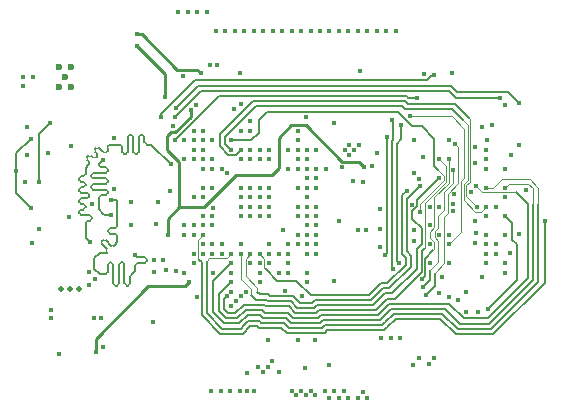
<source format=gbr>
%TF.GenerationSoftware,KiCad,Pcbnew,8.0.3*%
%TF.CreationDate,2024-07-19T10:15:31+08:00*%
%TF.ProjectId,h750xb_core,68373530-7862-45f6-936f-72652e6b6963,rev?*%
%TF.SameCoordinates,Original*%
%TF.FileFunction,Copper,L4,Inr*%
%TF.FilePolarity,Positive*%
%FSLAX46Y46*%
G04 Gerber Fmt 4.6, Leading zero omitted, Abs format (unit mm)*
G04 Created by KiCad (PCBNEW 8.0.3) date 2024-07-19 10:15:31*
%MOMM*%
%LPD*%
G01*
G04 APERTURE LIST*
%TA.AperFunction,HeatsinkPad*%
%ADD10C,0.500000*%
%TD*%
%TA.AperFunction,ComponentPad*%
%ADD11C,0.600000*%
%TD*%
%TA.AperFunction,ViaPad*%
%ADD12C,0.400000*%
%TD*%
%TA.AperFunction,Conductor*%
%ADD13C,0.254000*%
%TD*%
%TA.AperFunction,Conductor*%
%ADD14C,0.142494*%
%TD*%
%TA.AperFunction,Conductor*%
%ADD15C,0.088900*%
%TD*%
%TA.AperFunction,Conductor*%
%ADD16C,0.156464*%
%TD*%
%TA.AperFunction,Conductor*%
%ADD17C,0.101600*%
%TD*%
G04 APERTURE END LIST*
D10*
%TO.N,GND*%
%TO.C,U3*%
X20953800Y-101660500D03*
X21703800Y-101660500D03*
X22453800Y-101660500D03*
%TD*%
D11*
%TO.N,GND*%
%TO.C,U2*%
X20789400Y-82847000D03*
X20789400Y-84567000D03*
X21269400Y-83707000D03*
X21749400Y-82847000D03*
X21749400Y-84567000D03*
%TD*%
D12*
%TO.N,GND*%
X31370400Y-100248000D03*
X38570400Y-94648000D03*
X35326635Y-103104682D03*
X37770400Y-94648000D03*
X56986702Y-89039063D03*
X58570400Y-91464000D03*
X40970400Y-88248000D03*
X47270400Y-91248000D03*
X51587098Y-90495314D03*
X36970400Y-95448000D03*
X46270400Y-83148000D03*
X36070400Y-83348000D03*
X35370400Y-100248000D03*
X42470400Y-105937666D03*
X53770400Y-89048000D03*
X32170400Y-93848000D03*
X50870400Y-97528000D03*
X32419671Y-102277494D03*
X36170400Y-95448000D03*
X26870799Y-96186582D03*
X40170400Y-89848000D03*
X36170400Y-94648000D03*
X36170400Y-93848000D03*
X35370400Y-101848000D03*
X38570400Y-93048000D03*
X37770400Y-95448000D03*
X24470400Y-106548000D03*
X44070400Y-100948000D03*
X42570400Y-91448000D03*
X57470400Y-87748000D03*
X38570400Y-95448000D03*
X38570400Y-93848000D03*
X36970400Y-99448000D03*
X23730600Y-104077800D03*
X21647530Y-95570866D03*
X31249590Y-83589621D03*
X25423435Y-93135092D03*
X24314800Y-104077800D03*
X36970400Y-93848000D03*
X36170400Y-93048000D03*
X48870400Y-105748000D03*
X38570400Y-89848000D03*
X37770400Y-93048000D03*
X42570400Y-95448000D03*
X37770400Y-93848000D03*
X36970400Y-94648000D03*
X36170400Y-88248000D03*
X53770400Y-99448000D03*
X32170400Y-88248000D03*
X36970400Y-87448000D03*
X42570400Y-98648000D03*
X51270400Y-92348000D03*
X18066400Y-90260200D03*
X38470400Y-105948000D03*
X52963120Y-101973483D03*
X21820400Y-89532798D03*
X36970400Y-93048000D03*
X32170400Y-90648000D03*
X58570400Y-97048000D03*
X31370400Y-97048000D03*
X26870400Y-94248000D03*
X28747101Y-104438639D03*
X44070400Y-87548000D03*
X43670400Y-108048000D03*
X57770400Y-98648000D03*
X30431589Y-87848000D03*
X53770400Y-97048000D03*
%TO.N,+3V3*%
X38570400Y-90648000D03*
X59740399Y-89448000D03*
X50870400Y-89048000D03*
X41570400Y-108317700D03*
X42470400Y-110648000D03*
X36210449Y-86004235D03*
X23806800Y-100750400D03*
X17736200Y-84469000D03*
X50870400Y-91848000D03*
X18523600Y-97778600D03*
X59070400Y-90248000D03*
X34570400Y-97848000D03*
X23273400Y-100217000D03*
X41270400Y-110248000D03*
X33770400Y-96248000D03*
X42070400Y-110248000D03*
X39770400Y-96648000D03*
X34970400Y-91848000D03*
X20758800Y-107100400D03*
X36170400Y-90648000D03*
X59690400Y-96948000D03*
X50870400Y-96648000D03*
X56570400Y-87948000D03*
X33770400Y-93048000D03*
X18574400Y-83656200D03*
X40470400Y-110248000D03*
X56059561Y-96849273D03*
X40870400Y-110648000D03*
X56570400Y-100648000D03*
X40970400Y-95448000D03*
X37770400Y-90648000D03*
X36970400Y-90648000D03*
X23273400Y-101283800D03*
X53226635Y-100654682D03*
X17920399Y-92598001D03*
X38570400Y-97848000D03*
X41670400Y-110648000D03*
X17761600Y-83656200D03*
X41729984Y-87078232D03*
X60306400Y-93264000D03*
X40970400Y-93048000D03*
X36170400Y-97848000D03*
X58970400Y-98611270D03*
X40170400Y-91448000D03*
X40970400Y-94648000D03*
%TO.N,Net-(U1-VREF+)*%
X39913000Y-101791800D03*
%TO.N,Net-(U1-VREF-)*%
X41370400Y-102248000D03*
%TO.N,/mcu/VDDA*%
X40970400Y-105937666D03*
%TO.N,/mcu/VSSA*%
X41770400Y-101048000D03*
%TO.N,/mcu/VCAP*%
X27370400Y-80048000D03*
X28970400Y-96133599D03*
X32340168Y-86048000D03*
X32800138Y-83348000D03*
X46479699Y-92543763D03*
%TO.N,/mcu/VDDLDO*%
X27370400Y-81048000D03*
X29970400Y-97048000D03*
X46570400Y-91278232D03*
X29770400Y-85363600D03*
X31916505Y-86501895D03*
%TO.N,Net-(U1-PDR_ON)*%
X33770400Y-95448000D03*
%TO.N,/PJ3*%
X52500632Y-107448000D03*
%TO.N,/PI15*%
X41770400Y-97848000D03*
%TO.N,VBUS*%
X20070400Y-104048000D03*
X20070400Y-103448000D03*
%TO.N,/PJ0*%
X40970400Y-97048000D03*
%TO.N,/PJ4*%
X44470400Y-95848000D03*
%TO.N,/PI14*%
X35770400Y-102648000D03*
%TO.N,/PI11*%
X34570400Y-98648000D03*
%TO.N,/mcu/QSPI_CLK*%
X38570400Y-99448000D03*
X17111274Y-91654095D03*
X18370400Y-88898000D03*
X18370400Y-94748000D03*
%TO.N,/mcu/SDRAM_CS#*%
X40170400Y-99448000D03*
X57770400Y-94648000D03*
%TO.N,/PK6*%
X32170400Y-96248000D03*
%TO.N,/mcu/QSPI1_IO3*%
X37770400Y-100247999D03*
X19120400Y-96540069D03*
%TO.N,/mcu/SDRAM_BA1*%
X56970400Y-94648000D03*
X35370400Y-89848000D03*
%TO.N,/mcu/SDRAM_A8*%
X52970400Y-94648000D03*
X41770400Y-95448000D03*
%TO.N,/mcu/SDRAM_D5*%
X56970400Y-97848000D03*
X47950945Y-96548000D03*
%TO.N,/mcu/SDRAM_A5*%
X36970400Y-98648000D03*
X51313714Y-92904678D03*
%TO.N,/mcu/SDRAM_D13*%
X48378427Y-98749261D03*
X48507180Y-88777438D03*
%TO.N,/mcu/SDRAM_A4*%
X37770400Y-98648000D03*
X50197913Y-93298016D03*
%TO.N,/PI13*%
X36170400Y-102248000D03*
%TO.N,/mcu/SDRAM_D2*%
X32970400Y-90648000D03*
X58570400Y-100248000D03*
%TO.N,/mcu/SDRAM_D31*%
X52970400Y-90648000D03*
X34970400Y-102248000D03*
%TO.N,/PI8*%
X33770400Y-98648000D03*
%TO.N,/PJ13*%
X32970400Y-93848000D03*
%TO.N,/mcu/SDRAM_CAS*%
X55970400Y-95848000D03*
X61926635Y-95848000D03*
X32970400Y-97048000D03*
%TO.N,/PJ1*%
X41770400Y-97048000D03*
%TO.N,/mcu/SDRAM_CKE*%
X40170400Y-98648000D03*
X47950945Y-98064389D03*
X52170400Y-94648000D03*
X47950946Y-94877438D03*
%TO.N,/mcu/QSPI1_IO0*%
X19120400Y-92548000D03*
X20008327Y-87614238D03*
X33770400Y-90648000D03*
%TO.N,/mcu/SDRAM_D15*%
X52170400Y-99448000D03*
X49761127Y-87708534D03*
X49538075Y-99404684D03*
%TO.N,/PJ2*%
X52070400Y-107948000D03*
%TO.N,/mcu/SDRAM_D6*%
X55970400Y-97748000D03*
X41770400Y-94648000D03*
%TO.N,/PK7*%
X32970400Y-96248000D03*
%TO.N,/mcu/SDRAM_DQM0*%
X32170400Y-98648000D03*
X55263718Y-103541318D03*
%TO.N,/PJ14*%
X32970400Y-93048000D03*
%TO.N,/PI12*%
X36570400Y-101848000D03*
%TO.N,/mcu/SDRAM_D18*%
X56970400Y-90648000D03*
X41770400Y-90648000D03*
%TO.N,/mcu/SDRAM_A10*%
X46050984Y-96631971D03*
X55670400Y-93448000D03*
%TO.N,/mcu/SDRAM_D12*%
X42570400Y-92248000D03*
X52170400Y-96248000D03*
%TO.N,/PJ5*%
X41770400Y-91448000D03*
%TO.N,/mcu/SDRAM_CLK*%
X51312825Y-95114979D03*
X35370400Y-89048000D03*
%TO.N,/PJ11*%
X37770400Y-89848000D03*
%TO.N,/PG6*%
X43670400Y-79748000D03*
%TO.N,/mcu/QSPI_CS*%
X23583330Y-94398000D03*
X31370400Y-90648000D03*
%TO.N,/mcu/QSPI2_IO0*%
X40170400Y-100248000D03*
X18070400Y-87898000D03*
%TO.N,/mcu/SDRAM_D27*%
X32170400Y-89848000D03*
X51670400Y-83411220D03*
%TO.N,/mcu/SDRAM_D25*%
X30570400Y-89048000D03*
X51069467Y-85420561D03*
%TO.N,/mcu/QSPI2_IO3*%
X32970400Y-95448000D03*
X19820400Y-90148000D03*
%TO.N,/PJ10*%
X46070400Y-79748000D03*
%TO.N,/mcu/SDRAM_DQM3*%
X28826635Y-100163766D03*
X54573656Y-102565049D03*
%TO.N,/mcu/SDRAM_A2*%
X56070400Y-92948000D03*
X35370400Y-101048000D03*
%TO.N,/PH7*%
X44764931Y-91328539D03*
%TO.N,/mcu/SDRAM_D0*%
X49033957Y-99908801D03*
X48970400Y-87348000D03*
X56970400Y-99448000D03*
%TO.N,/mcu/SDRAM_D7*%
X56970400Y-97048000D03*
X41770400Y-93848000D03*
%TO.N,/mcu/SDRAM_D19*%
X41770400Y-89848000D03*
X56970400Y-89848000D03*
%TO.N,/PJ6*%
X47670400Y-79748000D03*
%TO.N,/mcu/SDRAM_A12*%
X36970400Y-88248000D03*
X54170400Y-94447992D03*
%TO.N,/mcu/SDRAM_A3*%
X36170400Y-98648000D03*
X52970400Y-92248000D03*
%TO.N,/PH6*%
X45638165Y-92458203D03*
%TO.N,/mcu/SDRAM_D9*%
X42570400Y-93048000D03*
X52970400Y-97048000D03*
%TO.N,/mcu/SDRAM_A7*%
X50640355Y-94480424D03*
X41770400Y-96248000D03*
%TO.N,/PK3*%
X36070400Y-110248000D03*
%TO.N,/PG13*%
X33670400Y-110248000D03*
%TO.N,/mcu/SDRAM_D24*%
X29370400Y-87048000D03*
X52527925Y-83502039D03*
%TO.N,/PJ8*%
X40970400Y-90648000D03*
%TO.N,/mcu/SDRAM_RAS*%
X57070257Y-103347857D03*
X58570400Y-95448000D03*
%TO.N,/PJ15*%
X33270400Y-78148000D03*
%TO.N,/mcu/SDRAM_DQM2*%
X55270400Y-101848000D03*
X28847503Y-99204235D03*
%TO.N,/PG10*%
X31670400Y-78148000D03*
%TO.N,/mcu/QSPI2_IO2*%
X25470400Y-88841765D03*
X30170400Y-93348000D03*
%TO.N,/mcu/SDRAM_A0*%
X35370400Y-98648000D03*
X56970400Y-93048000D03*
%TO.N,/mcu/QSPI1_IO2*%
X25166260Y-94119965D03*
X27220400Y-98754235D03*
X32170400Y-99448000D03*
%TO.N,/mcu/QSPI1_IO1*%
X23373573Y-97627323D03*
X30233000Y-91047600D03*
%TO.N,/PJ7*%
X40970400Y-89848000D03*
%TO.N,/mcu/SDRAM_D26*%
X54083600Y-83306443D03*
X31370400Y-89048000D03*
%TO.N,/mcu/VBAT*%
X31770400Y-101067200D03*
X23870400Y-106948000D03*
%TO.N,/PH4*%
X43670400Y-110848000D03*
%TO.N,/mcu/SDRAM_A11*%
X58570400Y-93848000D03*
X46763446Y-96657721D03*
%TO.N,/PK4*%
X35270400Y-110248000D03*
%TO.N,/PK2*%
X42870400Y-79748000D03*
%TO.N,/PG11*%
X32470400Y-78148000D03*
%TO.N,/mcu/SDRAM_D21*%
X58570400Y-86064283D03*
X32970400Y-88248000D03*
%TO.N,/mcu/SDRAM_D30*%
X51520400Y-100798000D03*
X33812638Y-100248000D03*
X53770400Y-90648000D03*
%TO.N,/mcu/QSPI2_IO1*%
X24520400Y-90674870D03*
X25155132Y-95397997D03*
X41770400Y-100248000D03*
%TO.N,/PJ9*%
X46870400Y-79748000D03*
%TO.N,/mcu/SDRAM_D29*%
X54299825Y-89318575D03*
X51862607Y-102119866D03*
X29870400Y-100048000D03*
%TO.N,/mcu/SDRAM_A6*%
X54243215Y-93563437D03*
X42570400Y-96248000D03*
%TO.N,/mcu/SDRAM_BA0*%
X36170400Y-89848000D03*
X56200733Y-94678333D03*
%TO.N,/PG7*%
X35623671Y-86367085D03*
%TO.N,/PG3*%
X44470400Y-79748000D03*
%TO.N,/PK0*%
X36970400Y-89848000D03*
%TO.N,/mcu/SDRAM_A9*%
X54170414Y-95048000D03*
X42570400Y-94648000D03*
%TO.N,/mcu/SDRAM_D17*%
X47670400Y-90157298D03*
X55970400Y-90948000D03*
%TO.N,/mcu/SDRAM_D16*%
X56970400Y-91448000D03*
X43370400Y-91448000D03*
%TO.N,/PK1*%
X45270400Y-79748000D03*
%TO.N,/PK5*%
X34470400Y-110248000D03*
%TO.N,/PG12*%
X30870400Y-78148000D03*
%TO.N,/mcu/SDRAM_D3*%
X57770400Y-97848000D03*
X34570400Y-91448000D03*
%TO.N,/mcu/SDRAM_A1*%
X58570400Y-93048000D03*
X35370400Y-99448000D03*
%TO.N,/mcu/SDRAM_D28*%
X51570398Y-101448000D03*
X30720400Y-100098000D03*
X54173950Y-91548000D03*
%TO.N,/mcu/SDRAM_DQM1*%
X29563650Y-99201118D03*
X53779403Y-102309018D03*
%TO.N,/PJ12*%
X36470400Y-79748000D03*
%TO.N,/mcu/SDRAM_WE*%
X41770400Y-98648000D03*
X56970400Y-95448000D03*
%TO.N,/mcu/SDRAM_D14*%
X50470400Y-86988453D03*
X53770400Y-97848000D03*
%TO.N,/mcu/SDRAM_D1*%
X56970400Y-98648000D03*
X40970400Y-89048000D03*
%TO.N,/mcu/SDRAM_D22*%
X30656504Y-86334104D03*
X59697856Y-85853014D03*
%TO.N,/mcu/SDRAM_D20*%
X55970400Y-89648000D03*
X42570400Y-89848000D03*
%TO.N,/mcu/SDRAM_D23*%
X58076437Y-85501063D03*
X30570400Y-87048000D03*
%TO.N,/mcu/SDRAM_D8*%
X52170400Y-97848000D03*
X41770400Y-93048000D03*
%TO.N,/mcu/SDRAM_D4*%
X58570400Y-99448000D03*
X56270400Y-103548000D03*
%TO.N,/PC0*%
X39370400Y-108648000D03*
%TO.N,/PD13*%
X48470400Y-79748000D03*
%TO.N,/PC2_C*%
X44076000Y-110248000D03*
%TO.N,/PA1_C*%
X46070400Y-110848000D03*
%TO.N,/PF9*%
X39370400Y-98648000D03*
%TO.N,/PF7*%
X37770400Y-99448000D03*
%TO.N,/PA0_C*%
X45270400Y-110848000D03*
%TO.N,/PF8*%
X38570400Y-98648000D03*
%TO.N,/PC3_C*%
X44470400Y-110848000D03*
%TO.N,/PC13*%
X38840168Y-107748000D03*
%TO.N,/PD11*%
X46200632Y-89448000D03*
%TO.N,/PC1*%
X39370400Y-100248000D03*
%TO.N,/PD12*%
X49270400Y-79748000D03*
%TO.N,/PC12*%
X38870400Y-79748000D03*
%TO.N,/NRST*%
X37770400Y-101048000D03*
%TO.N,/BOOT0*%
X33837842Y-94787552D03*
X29123197Y-94248000D03*
%TO.N,/PB2*%
X42570400Y-97048000D03*
%TO.N,/PB9*%
X32970400Y-98648000D03*
%TO.N,/PB8*%
X32970400Y-97848000D03*
%TO.N,/PA4*%
X48070400Y-105748000D03*
%TO.N,/PA1*%
X40170400Y-97848000D03*
%TO.N,/PB4*%
X31370400Y-96248000D03*
%TO.N,/PA7*%
X42570400Y-97848000D03*
%TO.N,/PB1*%
X51270400Y-107448000D03*
%TO.N,/PA0*%
X40970400Y-97848000D03*
%TO.N,/PB0*%
X50770400Y-108048000D03*
%TO.N,/PB3*%
X32170400Y-97048000D03*
%TO.N,/PA14*%
X40470400Y-79748000D03*
%TO.N,/PA9*%
X32970400Y-89048000D03*
%TO.N,/PA6*%
X44881600Y-110248000D03*
%TO.N,/PB7*%
X37270400Y-110248000D03*
%TO.N,/PB15*%
X45770400Y-89848000D03*
%TO.N,/PA15*%
X39670400Y-79748000D03*
%TO.N,/PA11*%
X34170400Y-82648000D03*
%TO.N,/PA10*%
X32970400Y-89848000D03*
%TO.N,/PB14*%
X45370400Y-89448000D03*
%TO.N,/PB10*%
X41770400Y-92248000D03*
%TO.N,/PB11*%
X40970400Y-91448000D03*
%TO.N,/PA12*%
X33570400Y-82648000D03*
%TO.N,/PB13*%
X45370400Y-90248000D03*
%TO.N,/PB5*%
X36670400Y-110248000D03*
%TO.N,/PB6*%
X36670400Y-108712088D03*
%TO.N,/PA5*%
X46870400Y-110848000D03*
%TO.N,/PB12*%
X44970400Y-89848000D03*
%TO.N,/PA8*%
X33770400Y-89048000D03*
%TO.N,/PA3*%
X46500632Y-110348000D03*
%TO.N,/PA2*%
X43270400Y-110248000D03*
%TO.N,/PA13*%
X32170400Y-89048000D03*
%TO.N,/PC5*%
X49670400Y-105748000D03*
%TO.N,/PE6*%
X33770400Y-97848000D03*
%TO.N,/PC7*%
X41270400Y-79748000D03*
%TO.N,/PD3*%
X37270400Y-79748000D03*
%TO.N,/PE4*%
X38070400Y-108648000D03*
%TO.N,/PC8*%
X33770400Y-91448000D03*
%TO.N,/PD5*%
X35670400Y-79748000D03*
%TO.N,/PD6*%
X34870400Y-79748000D03*
%TO.N,/PE5*%
X38470400Y-108248000D03*
%TO.N,/PD2*%
X32970400Y-91448000D03*
%TO.N,/PD4*%
X38070400Y-79748000D03*
%TO.N,/PD7*%
X34070400Y-79748000D03*
%TO.N,/PE3*%
X37609936Y-108248000D03*
%TO.N,/PC6*%
X42070400Y-79748000D03*
%TD*%
D13*
%TO.N,/mcu/VCAP*%
X32500138Y-83048000D02*
X32800138Y-83348000D01*
X27370400Y-80048000D02*
X27770400Y-80048000D01*
X30770400Y-83048000D02*
X32500138Y-83048000D01*
X27770400Y-80048000D02*
X30770400Y-83048000D01*
%TO.N,/mcu/VDDLDO*%
X40445800Y-87769000D02*
X39402400Y-88812400D01*
X30601798Y-88355200D02*
X30261380Y-88355200D01*
X41661000Y-87769000D02*
X40445800Y-87769000D01*
X29902800Y-88713780D02*
X29902800Y-89857809D01*
X30918800Y-94730600D02*
X29970400Y-95679000D01*
X44741539Y-90849539D02*
X41661000Y-87769000D01*
X39402400Y-91428600D02*
X38818200Y-92012800D01*
X46570400Y-91278232D02*
X46141707Y-90849539D01*
X31916505Y-87040493D02*
X30601798Y-88355200D01*
X29770400Y-83448000D02*
X29770400Y-85363600D01*
X29970400Y-95679000D02*
X29970400Y-97048000D01*
X31916505Y-86501895D02*
X31916505Y-87040493D01*
X39402400Y-88812400D02*
X39402400Y-91428600D01*
X33052400Y-94730600D02*
X30918800Y-94730600D01*
X27370400Y-81048000D02*
X29770400Y-83448000D01*
X46141707Y-90849539D02*
X44741539Y-90849539D01*
X38818200Y-92012800D02*
X35770200Y-92012800D01*
X30261380Y-88355200D02*
X29902800Y-88713780D01*
X30918800Y-90873809D02*
X30918800Y-94730600D01*
X35770200Y-92012800D02*
X33052400Y-94730600D01*
X29902800Y-89857809D02*
X30918800Y-90873809D01*
D14*
%TO.N,/mcu/QSPI_CLK*%
X17111274Y-91654095D02*
X17111274Y-93488874D01*
X17111274Y-90157126D02*
X18370400Y-88898000D01*
X17111274Y-93488874D02*
X18370400Y-94748000D01*
X17111274Y-91654095D02*
X17111274Y-90157126D01*
D15*
%TO.N,/mcu/SDRAM_BA1*%
X54970400Y-87348000D02*
X55370400Y-87748000D01*
X56036518Y-95074783D02*
X56543617Y-95074783D01*
X56543617Y-95074783D02*
X56970400Y-94648000D01*
D16*
X50108895Y-86425233D02*
X49849033Y-86165371D01*
X37453029Y-86165371D02*
X34870400Y-88748000D01*
D15*
X55039372Y-94077637D02*
X56036518Y-95074783D01*
D16*
X54047633Y-86425233D02*
X50108895Y-86425233D01*
D15*
X55370400Y-92372206D02*
X55039372Y-92703234D01*
D16*
X54970400Y-87348000D02*
X54047633Y-86425233D01*
X49849033Y-86165371D02*
X37453029Y-86165371D01*
X34870400Y-89348000D02*
X35370400Y-89848000D01*
D15*
X55039372Y-92703234D02*
X55039372Y-94077637D01*
D16*
X34870400Y-88748000D02*
X34870400Y-89348000D01*
D15*
X55370400Y-87748000D02*
X55370400Y-92372206D01*
D14*
%TO.N,/mcu/SDRAM_A5*%
X42434104Y-102575482D02*
X47220165Y-102575482D01*
X48750838Y-101583108D02*
X50570400Y-99763546D01*
X41139999Y-102804235D02*
X42205351Y-102804235D01*
X50570400Y-98801292D02*
X50217108Y-98448000D01*
D17*
X37570400Y-101548000D02*
X36570400Y-100548000D01*
D14*
X37770400Y-102048000D02*
X38465849Y-102048000D01*
X50217108Y-98448000D02*
X50217108Y-94001284D01*
X42205351Y-102804235D02*
X42434104Y-102575482D01*
D17*
X36567600Y-99050800D02*
X36970400Y-98648000D01*
D14*
X38465849Y-102048000D02*
X38665849Y-102248000D01*
X38665849Y-102248000D02*
X40583764Y-102248000D01*
D17*
X36567600Y-99614846D02*
X36567600Y-99050800D01*
X36570400Y-99617646D02*
X36567600Y-99614846D01*
D14*
X47220165Y-102575482D02*
X48212539Y-101583108D01*
X48212539Y-101583108D02*
X48750838Y-101583108D01*
D17*
X37570400Y-101848000D02*
X37570400Y-101548000D01*
D14*
X40583764Y-102248000D02*
X41139999Y-102804235D01*
X50217108Y-94001284D02*
X51313714Y-92904678D01*
X50570400Y-99763546D02*
X50570400Y-98801292D01*
D17*
X36570400Y-100548000D02*
X36570400Y-99617646D01*
D14*
X37570400Y-101848000D02*
X37770400Y-102048000D01*
%TO.N,/mcu/SDRAM_D13*%
X48507180Y-98620508D02*
X48507180Y-88777438D01*
X48378427Y-98749261D02*
X48507180Y-98620508D01*
%TO.N,/mcu/SDRAM_A4*%
X50126635Y-99017599D02*
X49789626Y-98680590D01*
X48025591Y-101155626D02*
X48573769Y-101155626D01*
D15*
X38270400Y-99948000D02*
X38173950Y-99851550D01*
D14*
X49789626Y-93706303D02*
X50197913Y-93298016D01*
X40870400Y-100948000D02*
X42070400Y-102148000D01*
X47033217Y-102148000D02*
X48025591Y-101155626D01*
X42070400Y-102148000D02*
X47033217Y-102148000D01*
X39270400Y-100948000D02*
X40870400Y-100948000D01*
X48573769Y-101155626D02*
X50126635Y-99602760D01*
D15*
X38173950Y-99851550D02*
X38173950Y-99051550D01*
D14*
X50126635Y-99602760D02*
X50126635Y-99017599D01*
X38270400Y-99948000D02*
X39270400Y-100948000D01*
X49789626Y-98680590D02*
X49789626Y-93706303D01*
D15*
X38173950Y-99051550D02*
X37770400Y-98648000D01*
D14*
%TO.N,/mcu/SDRAM_D31*%
X35664048Y-103683108D02*
X35105508Y-103683108D01*
X48566677Y-102438072D02*
X47574303Y-103430446D01*
X40229626Y-103102964D02*
X38311711Y-103102964D01*
D15*
X51747153Y-98171247D02*
X51773950Y-98144450D01*
D14*
X38156747Y-102948000D02*
X36399156Y-102948000D01*
X42788242Y-103430446D02*
X42559489Y-103659199D01*
X34770400Y-103348000D02*
X34770400Y-102448000D01*
D15*
X51773950Y-98144450D02*
X51773950Y-94344450D01*
D14*
X38311711Y-103102964D02*
X38156747Y-102948000D01*
X47574303Y-103430446D02*
X42788242Y-103430446D01*
X34770400Y-102448000D02*
X34970400Y-102248000D01*
X42559489Y-103659199D02*
X40785861Y-103659199D01*
X51470400Y-98448000D02*
X51470400Y-100152550D01*
X49184878Y-102438072D02*
X48566677Y-102438072D01*
D15*
X51773950Y-94344450D02*
X53544750Y-92573650D01*
D14*
X40785861Y-103659199D02*
X40229626Y-103102964D01*
X35105508Y-103683108D02*
X34770400Y-103348000D01*
D15*
X53544750Y-91222350D02*
X52970400Y-90648000D01*
D14*
X51747153Y-98171247D02*
X51470400Y-98448000D01*
X36399156Y-102948000D02*
X35664048Y-103683108D01*
D15*
X53544750Y-92573650D02*
X53544750Y-91222350D01*
D14*
X51470400Y-100152550D02*
X49184878Y-102438072D01*
%TO.N,/mcu/SDRAM_CAS*%
X54393331Y-105475482D02*
X57542918Y-105475482D01*
X57542918Y-105475482D02*
X61926635Y-101091765D01*
D15*
X32970400Y-97048000D02*
X32570400Y-97448000D01*
D14*
X36979947Y-104785410D02*
X37575953Y-104785410D01*
X37707779Y-104917236D02*
X39606522Y-104917236D01*
D15*
X32570400Y-97448000D02*
X32570400Y-99048000D01*
D14*
X39606522Y-104917236D02*
X40070717Y-105381431D01*
X43496516Y-105140374D02*
X48282579Y-105140374D01*
X43255459Y-105381431D02*
X43496516Y-105140374D01*
X37575953Y-104785410D02*
X37707779Y-104917236D01*
D15*
X32570400Y-99048000D02*
X32670400Y-99148000D01*
D14*
X49274952Y-104148000D02*
X53065849Y-104148000D01*
X32842918Y-99320518D02*
X32842918Y-103838719D01*
X34407867Y-105403668D02*
X36361689Y-105403668D01*
X48532992Y-104889960D02*
X49274952Y-104148000D01*
X48282579Y-105140374D02*
X48532992Y-104889960D01*
X40070717Y-105381431D02*
X43255459Y-105381431D01*
X53065849Y-104148000D02*
X54393331Y-105475482D01*
X32842918Y-103838719D02*
X34407867Y-105403668D01*
X61926635Y-101091765D02*
X61926635Y-95848000D01*
X32670400Y-99148000D02*
X32842918Y-99320518D01*
X36361689Y-105403668D02*
X36979947Y-104785410D01*
%TO.N,/mcu/QSPI1_IO0*%
X19120400Y-88502165D02*
X19120400Y-92548000D01*
X20008327Y-87614238D02*
X19120400Y-88502165D01*
%TO.N,/mcu/SDRAM_D15*%
X49362144Y-89313660D02*
X49761127Y-88914677D01*
X49362144Y-99228753D02*
X49362144Y-89313660D01*
X49538075Y-99404684D02*
X49362144Y-99228753D01*
X49761127Y-88914677D02*
X49761127Y-87708534D01*
D16*
%TO.N,/mcu/SDRAM_CLK*%
X52540168Y-88917768D02*
X51470400Y-87848000D01*
X37670400Y-88448000D02*
X37070400Y-89048000D01*
X50697107Y-87848000D02*
X49497107Y-86648000D01*
D15*
X53366850Y-92044450D02*
X52870400Y-91548000D01*
D16*
X49497107Y-86648000D02*
X38370400Y-86648000D01*
X52540168Y-91217768D02*
X52540168Y-88917768D01*
D15*
X51312825Y-94466240D02*
X53366850Y-92412215D01*
D16*
X37070400Y-89048000D02*
X35370400Y-89048000D01*
D15*
X53366850Y-92412215D02*
X53366850Y-92044450D01*
D16*
X37670400Y-87348000D02*
X37670400Y-88448000D01*
X51470400Y-87848000D02*
X50697107Y-87848000D01*
X38370400Y-86648000D02*
X37670400Y-87348000D01*
D15*
X51312825Y-95114979D02*
X51312825Y-94466240D01*
D16*
X52870400Y-91548000D02*
X52540168Y-91217768D01*
D14*
%TO.N,/mcu/SDRAM_D25*%
X34328948Y-85289452D02*
X30570400Y-89048000D01*
X50211852Y-85289452D02*
X34328948Y-85289452D01*
X50342961Y-85420561D02*
X50211852Y-85289452D01*
X51069467Y-85420561D02*
X50342961Y-85420561D01*
%TO.N,/mcu/SDRAM_A2*%
X47751372Y-103857928D02*
X48743746Y-102865554D01*
X42965311Y-103857928D02*
X47751372Y-103857928D01*
D15*
X59470400Y-93448000D02*
X56570400Y-93448000D01*
D14*
X42736558Y-104086681D02*
X42965311Y-103857928D01*
X38234642Y-103630446D02*
X40152557Y-103630446D01*
X35370400Y-101048000D02*
X34342918Y-102075482D01*
X60470400Y-100734350D02*
X60470400Y-94448000D01*
X34928439Y-104110590D02*
X35841116Y-104110590D01*
X53787954Y-102865554D02*
X55026635Y-104104235D01*
X48743746Y-102865554D02*
X53787954Y-102865554D01*
X57100515Y-104104235D02*
X60470400Y-100734350D01*
X40608792Y-104086681D02*
X42736558Y-104086681D01*
X60470400Y-94448000D02*
X59470400Y-93448000D01*
X34342918Y-102075482D02*
X34342918Y-103525069D01*
X34342918Y-103525069D02*
X34928439Y-104110590D01*
X55026635Y-104104235D02*
X57100515Y-104104235D01*
X36576224Y-103375482D02*
X37979678Y-103375482D01*
X37979678Y-103375482D02*
X38234642Y-103630446D01*
D15*
X56570400Y-93448000D02*
X56070400Y-92948000D01*
D14*
X35841116Y-104110590D02*
X36576224Y-103375482D01*
X40152557Y-103630446D02*
X40608792Y-104086681D01*
%TO.N,/mcu/SDRAM_D0*%
X49033957Y-99908801D02*
X48934662Y-99809506D01*
X48934662Y-89136592D02*
X49063415Y-89007839D01*
X49063415Y-89007839D02*
X49063415Y-87441015D01*
X49063415Y-87441015D02*
X48970400Y-87348000D01*
X48934662Y-99809506D02*
X48934662Y-89136592D01*
%TO.N,/mcu/SDRAM_A3*%
X51470400Y-97848000D02*
X51470400Y-96487101D01*
X48389609Y-102010590D02*
X49007810Y-102010590D01*
X37442918Y-102520518D02*
X38333816Y-102520518D01*
X49007810Y-102010590D02*
X51070400Y-99948000D01*
X51070400Y-98248000D02*
X51470400Y-97848000D01*
X40406695Y-102675482D02*
X40962930Y-103231717D01*
D17*
X37070400Y-102148000D02*
X37070400Y-101648000D01*
D14*
X51093627Y-94625713D02*
X51093627Y-94124773D01*
X51070400Y-99948000D02*
X51070400Y-98248000D01*
D17*
X37070400Y-101648000D02*
X36170400Y-100748000D01*
D14*
X51093627Y-94124773D02*
X52970400Y-92248000D01*
X42382420Y-103231717D02*
X42611173Y-103002964D01*
D17*
X36170400Y-100748000D02*
X36170400Y-98648000D01*
D14*
X37070400Y-102148000D02*
X37442918Y-102520518D01*
X38333816Y-102520518D02*
X38488780Y-102675482D01*
X50670400Y-95687101D02*
X50670400Y-95048940D01*
X51470400Y-96487101D02*
X50670400Y-95687101D01*
X38488780Y-102675482D02*
X40406695Y-102675482D01*
X42611173Y-103002964D02*
X47397235Y-103002964D01*
X40962930Y-103231717D02*
X42382420Y-103231717D01*
X50670400Y-95048940D02*
X51093627Y-94625713D01*
X47397235Y-103002964D02*
X48389609Y-102010590D01*
D16*
%TO.N,/mcu/SDRAM_D24*%
X29370400Y-87048000D02*
X29370400Y-86823693D01*
X51903694Y-83974440D02*
X52376095Y-83502039D01*
X32282873Y-83911220D02*
X51373886Y-83911220D01*
X51373886Y-83911220D02*
X51437106Y-83974440D01*
X52376095Y-83502039D02*
X52527925Y-83502039D01*
X51437106Y-83974440D02*
X51903694Y-83974440D01*
X29370400Y-86823693D02*
X32282873Y-83911220D01*
D14*
%TO.N,/mcu/SDRAM_RAS*%
X57070257Y-103347857D02*
X59515085Y-100903029D01*
X59170400Y-96048000D02*
X58570400Y-95448000D01*
X59515085Y-100903029D02*
X59515085Y-97792685D01*
X59515085Y-97792685D02*
X59170400Y-97448000D01*
X59170400Y-97448000D02*
X59170400Y-96048000D01*
D15*
%TO.N,/mcu/SDRAM_A0*%
X34970400Y-99048000D02*
X35370400Y-98648000D01*
D14*
X48355923Y-104462478D02*
X48355923Y-104462479D01*
D15*
X33470400Y-99048000D02*
X34970400Y-99048000D01*
D14*
X53242918Y-103720518D02*
X49097883Y-103720518D01*
X48105510Y-104712892D02*
X43319448Y-104712892D01*
X43084340Y-104948000D02*
X40241836Y-104948000D01*
D15*
X58247065Y-92348000D02*
X60070400Y-92348000D01*
D14*
X34584935Y-104976186D02*
X33270400Y-103661651D01*
X37753022Y-104357928D02*
X36802878Y-104357928D01*
D15*
X56970400Y-93048000D02*
X57547065Y-93048000D01*
D14*
X36802878Y-104357928D02*
X36445666Y-104715141D01*
X40241836Y-104948000D02*
X39783590Y-104489754D01*
D15*
X60070400Y-92348000D02*
X60667897Y-92348000D01*
X57547065Y-93048000D02*
X58247065Y-92348000D01*
D14*
X57365850Y-105048000D02*
X54570400Y-105048000D01*
X54570400Y-105048000D02*
X53242918Y-103720518D01*
X36184621Y-104976186D02*
X34584935Y-104976186D01*
X61370400Y-94448000D02*
X61370400Y-101043450D01*
D15*
X61370400Y-93050503D02*
X61370400Y-94448000D01*
D14*
X39783590Y-104489754D02*
X37884848Y-104489754D01*
X36445666Y-104715141D02*
X36184621Y-104976186D01*
X48355923Y-104462479D02*
X48105510Y-104712892D01*
X37884848Y-104489754D02*
X37753022Y-104357928D01*
D15*
X60667897Y-92348000D02*
X61370400Y-93050503D01*
D14*
X49097883Y-103720518D02*
X48355923Y-104462478D01*
X61370400Y-101043450D02*
X57365850Y-105048000D01*
X43319448Y-104712892D02*
X43084340Y-104948000D01*
D15*
X33270400Y-99248000D02*
X33470400Y-99048000D01*
D14*
X33270400Y-103661651D02*
X33270400Y-99248000D01*
%TO.N,/mcu/QSPI1_IO2*%
X24270400Y-98548000D02*
X24789792Y-98548000D01*
X24717551Y-97515803D02*
X25152312Y-97950564D01*
X23770400Y-99898000D02*
X23770400Y-99048000D01*
X24385640Y-97582186D02*
X24452025Y-97515802D01*
X27220400Y-99693019D02*
X27220400Y-100098000D01*
X27220400Y-99599139D02*
X27220400Y-99693019D01*
X27408156Y-98941991D02*
X28023011Y-98941991D01*
X25656104Y-101338353D02*
X25562224Y-101338353D01*
X26125496Y-99357647D02*
X26031616Y-99357647D01*
X24717320Y-100348000D02*
X24623440Y-100348000D01*
X25108765Y-96480493D02*
X25523611Y-96480493D01*
X26782644Y-100535756D02*
X26782644Y-101150597D01*
X28210767Y-99129747D02*
X28210767Y-99223627D01*
X25417840Y-97950563D02*
X25484222Y-97884179D01*
X25654641Y-94182241D02*
X25592365Y-94119965D01*
X26594888Y-101338353D02*
X26501008Y-101338353D01*
X25374468Y-100348000D02*
X25374468Y-100160244D01*
X25711367Y-97657033D02*
X25711367Y-97137641D01*
X24623440Y-100348000D02*
X24220400Y-100348000D01*
X23770400Y-99048000D02*
X24270400Y-98548000D01*
X25484222Y-97884179D02*
X25711367Y-97657033D01*
X25711367Y-96292737D02*
X25711367Y-96198857D01*
X24905076Y-99545403D02*
X24905076Y-100160244D01*
X24820401Y-98282472D02*
X24385641Y-97847712D01*
X25523611Y-96949885D02*
X25108765Y-96949885D01*
X27220400Y-100098000D02*
X26970400Y-100348000D01*
X24921009Y-96762129D02*
X24921009Y-96668249D01*
X26313252Y-100535756D02*
X26313252Y-100348000D01*
X25843860Y-99545403D02*
X25843860Y-100348000D01*
X25374468Y-101150597D02*
X25374468Y-100348000D01*
X25186712Y-99357647D02*
X25092832Y-99357647D01*
X26313252Y-100348000D02*
X26313252Y-99545403D01*
X24220400Y-100348000D02*
X23770400Y-99898000D01*
X24789792Y-98548000D02*
X24820400Y-98548000D01*
X25592365Y-94119965D02*
X25166260Y-94119965D01*
X25711367Y-94238967D02*
X25654641Y-94182241D01*
X25374468Y-100160244D02*
X25374468Y-99545403D01*
X25711367Y-96198857D02*
X25711367Y-94238967D01*
X25843860Y-100348000D02*
X25843860Y-101150597D01*
X28023011Y-99411383D02*
X27408156Y-99411383D01*
X26313252Y-101150597D02*
X26313252Y-100535756D01*
X25523611Y-96480493D02*
G75*
G03*
X25711393Y-96292737I-11J187793D01*
G01*
X25843860Y-101150597D02*
G75*
G02*
X25656104Y-101338360I-187760J-3D01*
G01*
X26313252Y-99545403D02*
G75*
G03*
X26125496Y-99357648I-187752J3D01*
G01*
X24921009Y-96668249D02*
G75*
G02*
X25108765Y-96480409I187791J49D01*
G01*
X25562224Y-101338353D02*
G75*
G02*
X25374447Y-101150597I-24J187753D01*
G01*
X27220400Y-98754235D02*
G75*
G03*
X27408156Y-98942000I187800J35D01*
G01*
X28210767Y-99223627D02*
G75*
G02*
X28023011Y-99411367I-187767J27D01*
G01*
X24820400Y-98548000D02*
G75*
G03*
X24820437Y-98282437I-132800J132800D01*
G01*
X25092832Y-99357647D02*
G75*
G03*
X24905047Y-99545403I-32J-187753D01*
G01*
X26031616Y-99357647D02*
G75*
G03*
X25843847Y-99545403I-16J-187753D01*
G01*
X24385641Y-97847712D02*
G75*
G02*
X24385591Y-97582138I132759J132812D01*
G01*
X25152312Y-97950564D02*
G75*
G03*
X25417864Y-97950588I132788J132764D01*
G01*
X24905076Y-100160244D02*
G75*
G02*
X24717320Y-100347976I-187776J44D01*
G01*
X26501008Y-101338353D02*
G75*
G02*
X26313247Y-101150597I-8J187753D01*
G01*
X25374468Y-99545403D02*
G75*
G03*
X25186712Y-99357632I-187768J3D01*
G01*
X28023011Y-98941991D02*
G75*
G02*
X28210709Y-99129747I-11J-187709D01*
G01*
X24452025Y-97515802D02*
G75*
G02*
X24717563Y-97515790I132775J-132798D01*
G01*
X27408156Y-99411383D02*
G75*
G03*
X27220483Y-99599139I44J-187717D01*
G01*
X26782644Y-101150597D02*
G75*
G02*
X26594888Y-101338344I-187744J-3D01*
G01*
X26970400Y-100348000D02*
G75*
G03*
X26782600Y-100535756I0J-187800D01*
G01*
X25108765Y-96949885D02*
G75*
G02*
X24921015Y-96762129I35J187785D01*
G01*
X25711367Y-97137641D02*
G75*
G03*
X25523611Y-96949833I-187767J41D01*
G01*
%TO.N,/mcu/QSPI1_IO1*%
X23027095Y-92745835D02*
X23027095Y-92839715D01*
X25940529Y-89398000D02*
X25846649Y-89398000D01*
X23915022Y-89691369D02*
X23848638Y-89757752D01*
X24316143Y-89826963D02*
X24180549Y-89691369D01*
X22839339Y-93496863D02*
X23027095Y-93496863D01*
X26128285Y-90034786D02*
X26128285Y-89585756D01*
X22459824Y-94154011D02*
X22459824Y-94247891D01*
X22839339Y-95374431D02*
X23406582Y-95374431D01*
X24904563Y-89930765D02*
X24768927Y-90066402D01*
X23848638Y-90023279D02*
X23984232Y-90158873D01*
X23027095Y-97280845D02*
X23373573Y-97627323D01*
X28583400Y-89398000D02*
X28193609Y-89398000D01*
X23254029Y-91154604D02*
X23027095Y-91381539D01*
X22839339Y-92088687D02*
X22647580Y-92088687D01*
X27536461Y-89398000D02*
X27536461Y-90034786D01*
X26597677Y-88761192D02*
X26597677Y-89398000D01*
X23027095Y-93966255D02*
X22839339Y-93966255D01*
X23406582Y-95843823D02*
X23214851Y-95843823D01*
X22647580Y-92558079D02*
X22839339Y-92558079D01*
X23917850Y-90490783D02*
X23917850Y-90490784D01*
X23027095Y-96031579D02*
X23027095Y-96125459D01*
X24448907Y-89959727D02*
X24316143Y-89826963D01*
X23320409Y-91088221D02*
X23254029Y-91154604D01*
X26409921Y-90222542D02*
X26316041Y-90222542D01*
X27818097Y-88573436D02*
X27724217Y-88573436D01*
X22839339Y-93027471D02*
X22647580Y-93027471D01*
X23027095Y-94623403D02*
X23027095Y-94717283D01*
X30233000Y-91047600D02*
X28583400Y-89398000D01*
X28005853Y-89210244D02*
X28005853Y-88761192D01*
X23652322Y-90490784D02*
X23516718Y-90355180D01*
X27536461Y-89210244D02*
X27536461Y-89398000D01*
X22459824Y-93215227D02*
X22459824Y-93309107D01*
X25170400Y-89398000D02*
X25010634Y-89398000D01*
X23984232Y-90424400D02*
X23917850Y-90490783D01*
X25846649Y-89398000D02*
X25170400Y-89398000D01*
X23594338Y-95562187D02*
X23594338Y-95656067D01*
X24555581Y-90066402D02*
X24448908Y-89959729D01*
X23156262Y-93966255D02*
X23027095Y-93966255D01*
X23251190Y-90355180D02*
X23184806Y-90421563D01*
X26879313Y-88573436D02*
X26785433Y-88573436D01*
X25010634Y-89398000D02*
X24904563Y-89504071D01*
X23285429Y-93626030D02*
X23285429Y-93837088D01*
X27536461Y-88761192D02*
X27536461Y-89210244D01*
X23027095Y-91381539D02*
X23027095Y-91900931D01*
X26597677Y-89585756D02*
X26597677Y-90034786D01*
X22647580Y-93496863D02*
X22839339Y-93496863D01*
X26597677Y-89398000D02*
X26597677Y-89585756D01*
X27067069Y-89398000D02*
X27067069Y-88761192D01*
X27348705Y-90222542D02*
X27254825Y-90222542D01*
X22459824Y-92276443D02*
X22459824Y-92370323D01*
X23027095Y-96125459D02*
X23027095Y-97280845D01*
X22839339Y-94905039D02*
X22647608Y-94905039D01*
X23027095Y-93496863D02*
X23156262Y-93496863D01*
X24448908Y-89959729D02*
X24448907Y-89959727D01*
X27067069Y-90034786D02*
X27067069Y-89398000D01*
X22647608Y-95374431D02*
X22839339Y-95374431D01*
X23184806Y-90687090D02*
X23320409Y-90822693D01*
X22647580Y-94435647D02*
X22839339Y-94435647D01*
X22459852Y-95092795D02*
X22459852Y-95186675D01*
X22839339Y-93966255D02*
X22647580Y-93966255D01*
X23027095Y-94717283D02*
G75*
G02*
X22839339Y-94905095I-187795J-17D01*
G01*
X24904562Y-89717419D02*
G75*
G02*
X24904571Y-89930773I-106662J-106681D01*
G01*
X23027095Y-91900931D02*
G75*
G02*
X22839339Y-92088695I-187795J31D01*
G01*
X27067069Y-88761192D02*
G75*
G03*
X26879313Y-88573431I-187769J-8D01*
G01*
X23594338Y-95656067D02*
G75*
G02*
X23406582Y-95843838I-187738J-33D01*
G01*
X27536461Y-90034786D02*
G75*
G02*
X27348705Y-90222561I-187761J-14D01*
G01*
X22459852Y-95186675D02*
G75*
G03*
X22647608Y-95374448I187748J-25D01*
G01*
X22839339Y-92558079D02*
G75*
G02*
X23027021Y-92745835I-39J-187721D01*
G01*
X23027095Y-92839715D02*
G75*
G02*
X22839339Y-93027495I-187795J15D01*
G01*
X27254825Y-90222542D02*
G75*
G02*
X27067058Y-90034786I-25J187742D01*
G01*
X23285429Y-93837088D02*
G75*
G02*
X23156262Y-93966229I-129129J-12D01*
G01*
X23984232Y-90158873D02*
G75*
G02*
X23984196Y-90424363I-132732J-132727D01*
G01*
X22647608Y-94905039D02*
G75*
G03*
X22459839Y-95092795I-8J-187761D01*
G01*
X23406582Y-95374431D02*
G75*
G02*
X23594369Y-95562187I18J-187769D01*
G01*
X23917850Y-90490784D02*
G75*
G02*
X23652322Y-90490784I-132764J132763D01*
G01*
X23848638Y-89757752D02*
G75*
G03*
X23848653Y-90023263I132762J-132748D01*
G01*
X24768927Y-90066402D02*
G75*
G02*
X24555581Y-90066402I-106673J106674D01*
G01*
X26128285Y-89585756D02*
G75*
G03*
X25940529Y-89398015I-187785J-44D01*
G01*
X28005853Y-88761192D02*
G75*
G03*
X27818097Y-88573447I-187753J-8D01*
G01*
X27724217Y-88573436D02*
G75*
G03*
X27536436Y-88761192I-17J-187764D01*
G01*
X24904563Y-89504071D02*
G75*
G03*
X24904607Y-89717373I106637J-106629D01*
G01*
X22459824Y-92370323D02*
G75*
G03*
X22647580Y-92558076I187776J23D01*
G01*
X22839339Y-94435647D02*
G75*
G02*
X23027053Y-94623403I-39J-187753D01*
G01*
X23214851Y-95843823D02*
G75*
G03*
X23027023Y-96031579I-51J-187777D01*
G01*
X26597677Y-90034786D02*
G75*
G02*
X26409921Y-90222577I-187777J-14D01*
G01*
X26785433Y-88573436D02*
G75*
G03*
X26597636Y-88761192I-33J-187764D01*
G01*
X24180549Y-89691369D02*
G75*
G03*
X23915023Y-89691369I-132763J-132762D01*
G01*
X26316041Y-90222542D02*
G75*
G02*
X26128258Y-90034786I-41J187742D01*
G01*
X23320409Y-90822693D02*
G75*
G02*
X23320452Y-91088264I-132809J-132807D01*
G01*
X22647580Y-92088687D02*
G75*
G03*
X22459887Y-92276443I20J-187713D01*
G01*
X23516718Y-90355180D02*
G75*
G03*
X23251190Y-90355180I-132764J-132763D01*
G01*
X22647580Y-93966255D02*
G75*
G03*
X22459855Y-94154011I20J-187745D01*
G01*
X23184806Y-90421563D02*
G75*
G03*
X23184832Y-90687064I132794J-132737D01*
G01*
X22459824Y-94247891D02*
G75*
G03*
X22647580Y-94435676I187776J-9D01*
G01*
X22647580Y-93027471D02*
G75*
G03*
X22459871Y-93215227I20J-187729D01*
G01*
X28193609Y-89398000D02*
G75*
G02*
X28005800Y-89210244I-9J187800D01*
G01*
X22459824Y-93309107D02*
G75*
G03*
X22647580Y-93496876I187776J7D01*
G01*
X23156262Y-93496863D02*
G75*
G02*
X23285437Y-93626030I38J-129137D01*
G01*
D13*
%TO.N,/mcu/VBAT*%
X31426800Y-101410800D02*
X31770400Y-101067200D01*
X23870400Y-105868400D02*
X28328000Y-101410800D01*
X28328000Y-101410800D02*
X31426800Y-101410800D01*
X23870400Y-106948000D02*
X23870400Y-105868400D01*
D15*
%TO.N,/mcu/SDRAM_D30*%
X52170400Y-96808665D02*
X52566850Y-96412215D01*
D14*
X51747153Y-99071247D02*
X51747153Y-100571247D01*
X52470400Y-98348000D02*
X51747153Y-99071247D01*
D15*
X52566850Y-96412215D02*
X52566850Y-93851550D01*
D14*
X51747153Y-100571247D02*
X51520400Y-100798000D01*
D15*
X52566850Y-93851550D02*
X53770400Y-92648000D01*
X52170400Y-97287335D02*
X52170400Y-96808665D01*
X52470400Y-98348000D02*
X52566850Y-98251550D01*
X53770400Y-92648000D02*
X53770400Y-90648000D01*
X52566850Y-98251550D02*
X52566850Y-97683785D01*
X52566850Y-97683785D02*
X52170400Y-97287335D01*
D14*
%TO.N,/mcu/QSPI2_IO1*%
X24170400Y-92275663D02*
X24729991Y-92275663D01*
X24729991Y-91806271D02*
X24358156Y-91806271D01*
X24170400Y-93214447D02*
X24358156Y-93214447D01*
X24358156Y-91336879D02*
X24729991Y-91336879D01*
X24170400Y-91024870D02*
X24170400Y-91149123D01*
X24917747Y-92463419D02*
X24917747Y-92557299D01*
X24729991Y-92745055D02*
X24170400Y-92745055D01*
X23660811Y-93214447D02*
X24170400Y-93214447D01*
X24170400Y-92745055D02*
X23660811Y-92745055D01*
X23473055Y-91994027D02*
X23473055Y-92087907D01*
X24730010Y-93683839D02*
X24358156Y-93683839D01*
X23660811Y-92275663D02*
X24170400Y-92275663D01*
X24917766Y-93402203D02*
X24917766Y-93496083D01*
X24520400Y-90674870D02*
X24170400Y-91024870D01*
X24170400Y-94898000D02*
X24534118Y-95261718D01*
X24170400Y-91806271D02*
X23660811Y-91806271D01*
X24917747Y-91524635D02*
X24917747Y-91618515D01*
X24534118Y-95261718D02*
X24670397Y-95397997D01*
X24170400Y-93871595D02*
X24170400Y-93965475D01*
X24170400Y-93965475D02*
X24170400Y-94898000D01*
X23473055Y-92932811D02*
X23473055Y-93026691D01*
X24670397Y-95397997D02*
X25155132Y-95397997D01*
X24358156Y-93214447D02*
X24730010Y-93214447D01*
X24358156Y-91806271D02*
X24170400Y-91806271D01*
X24917766Y-93496083D02*
G75*
G02*
X24730010Y-93683866I-187766J-17D01*
G01*
X24358156Y-93683839D02*
G75*
G03*
X24170439Y-93871595I44J-187761D01*
G01*
X23473055Y-92087907D02*
G75*
G03*
X23660811Y-92275645I187745J7D01*
G01*
X24917747Y-92557299D02*
G75*
G02*
X24729991Y-92745047I-187747J-1D01*
G01*
X24917747Y-91618515D02*
G75*
G02*
X24729991Y-91806247I-187747J15D01*
G01*
X23660811Y-91806271D02*
G75*
G03*
X23473071Y-91994027I-11J-187729D01*
G01*
X24729991Y-92275663D02*
G75*
G02*
X24917737Y-92463419I9J-187737D01*
G01*
X24730010Y-93214447D02*
G75*
G02*
X24917753Y-93402203I-10J-187753D01*
G01*
X24729991Y-91336879D02*
G75*
G02*
X24917721Y-91524635I9J-187721D01*
G01*
X23660811Y-92745055D02*
G75*
G03*
X23473055Y-92932811I-11J-187745D01*
G01*
X24170400Y-91149123D02*
G75*
G03*
X24358156Y-91336900I187800J23D01*
G01*
X23473055Y-93026691D02*
G75*
G03*
X23660811Y-93214445I187745J-9D01*
G01*
D15*
%TO.N,/mcu/SDRAM_D29*%
X53670400Y-95198000D02*
X53670400Y-93548000D01*
X53370400Y-99448000D02*
X53370400Y-95498000D01*
X52570400Y-100248000D02*
X53370400Y-99448000D01*
X53370400Y-95498000D02*
X53670400Y-95198000D01*
D14*
X51862607Y-102119866D02*
X52570400Y-101412073D01*
D15*
X54570400Y-92648000D02*
X54570400Y-89589150D01*
X53670400Y-93548000D02*
X54570400Y-92648000D01*
X54570400Y-89589150D02*
X54299825Y-89318575D01*
D14*
X52570400Y-101412073D02*
X52570400Y-100248000D01*
D15*
%TO.N,/mcu/SDRAM_BA0*%
X55273950Y-93751550D02*
X56200733Y-94678333D01*
D16*
X35100632Y-90278232D02*
X35740168Y-90278232D01*
D15*
X55273950Y-92844450D02*
X55273950Y-93751550D01*
D16*
X34370400Y-89548000D02*
X35100632Y-90278232D01*
X35740168Y-90278232D02*
X36170400Y-89848000D01*
D15*
X55470400Y-87148000D02*
X55570400Y-87248000D01*
D16*
X50031889Y-85723919D02*
X37194481Y-85723919D01*
X50291751Y-85983781D02*
X50031889Y-85723919D01*
X37194481Y-85723919D02*
X34370400Y-88548000D01*
X54306181Y-85983781D02*
X50291751Y-85983781D01*
X55470400Y-87148000D02*
X54306181Y-85983781D01*
D15*
X55570400Y-87248000D02*
X55570400Y-92548000D01*
X55570400Y-92548000D02*
X55273950Y-92844450D01*
D16*
X34370400Y-88548000D02*
X34370400Y-89548000D01*
D14*
%TO.N,/mcu/SDRAM_A1*%
X42913627Y-104514163D02*
X43142380Y-104285410D01*
X33827766Y-103614468D02*
X34751370Y-104538072D01*
X57188782Y-104620518D02*
X60897882Y-100911418D01*
X60897882Y-100911418D02*
X60897882Y-94448000D01*
X48920814Y-103293036D02*
X53419987Y-103293036D01*
X33827766Y-100990634D02*
X33827766Y-103614468D01*
X36018184Y-104538072D02*
X36753051Y-103803205D01*
D15*
X60525701Y-92734562D02*
X58883838Y-92734562D01*
X60897882Y-93106743D02*
X60525701Y-92734562D01*
D14*
X34751370Y-104538072D02*
X36018184Y-104538072D01*
X36753051Y-103803205D02*
X37802850Y-103803205D01*
X54747469Y-104620518D02*
X57188782Y-104620518D01*
D15*
X58883838Y-92734562D02*
X58570400Y-93048000D01*
D14*
X35370400Y-99448000D02*
X33827766Y-100990634D01*
X43142380Y-104285410D02*
X47928440Y-104285410D01*
D15*
X60897882Y-94448000D02*
X60897882Y-93106743D01*
D14*
X40426635Y-104514163D02*
X42913627Y-104514163D01*
X47928440Y-104285410D02*
X48920814Y-103293036D01*
X37802850Y-103803205D02*
X38057573Y-104057928D01*
X39970400Y-104057928D02*
X40426635Y-104514163D01*
X38057573Y-104057928D02*
X39970400Y-104057928D01*
X53419987Y-103293036D02*
X54747469Y-104620518D01*
D15*
%TO.N,/mcu/SDRAM_D28*%
X54173950Y-91548000D02*
X54173950Y-92644450D01*
X53366850Y-93451550D02*
X53366850Y-94951550D01*
X53366850Y-94951550D02*
X52870400Y-95448000D01*
D14*
X52170400Y-100048000D02*
X52170400Y-100847998D01*
D15*
X52870400Y-97548000D02*
X52870400Y-99348000D01*
X52870400Y-96448000D02*
X52573950Y-96744450D01*
X52870400Y-99348000D02*
X52170400Y-100048000D01*
X52573950Y-97251550D02*
X52870400Y-97548000D01*
X54173950Y-92644450D02*
X53366850Y-93451550D01*
D14*
X52170400Y-100847998D02*
X51570398Y-101448000D01*
D15*
X52870400Y-95448000D02*
X52870400Y-96448000D01*
X52573950Y-96744450D02*
X52573950Y-97251550D01*
%TO.N,/mcu/SDRAM_D14*%
X55070400Y-92248000D02*
X54792500Y-92525900D01*
X54792500Y-96825900D02*
X53770400Y-97848000D01*
X55070400Y-88048000D02*
X55070400Y-92248000D01*
X50470400Y-86988453D02*
X54010853Y-86988453D01*
X54010853Y-86988453D02*
X55070400Y-88048000D01*
X54792500Y-92525900D02*
X54792500Y-96825900D01*
D16*
%TO.N,/mcu/SDRAM_D22*%
X32584060Y-84406548D02*
X51244907Y-84406548D01*
X53953256Y-84406548D02*
X54484551Y-84937843D01*
X52086550Y-84415892D02*
X52095894Y-84406548D01*
X30656504Y-86334104D02*
X32584060Y-84406548D01*
X51244907Y-84406548D02*
X51254250Y-84415892D01*
X58782685Y-84937843D02*
X59697856Y-85853014D01*
X51254250Y-84415892D02*
X52086550Y-84415892D01*
X52095894Y-84406548D02*
X53953256Y-84406548D01*
X54484551Y-84937843D02*
X58782685Y-84937843D01*
%TO.N,/mcu/SDRAM_D23*%
X54423463Y-85501063D02*
X58076437Y-85501063D01*
X51062051Y-84848000D02*
X51071395Y-84857344D01*
X51071395Y-84857344D02*
X53761056Y-84857344D01*
X30570400Y-87048000D02*
X32770400Y-84848000D01*
X32770400Y-84848000D02*
X51062051Y-84848000D01*
X53761056Y-84857344D02*
X53770400Y-84848000D01*
X53770400Y-84848000D02*
X54423463Y-85501063D01*
%TD*%
M02*

</source>
